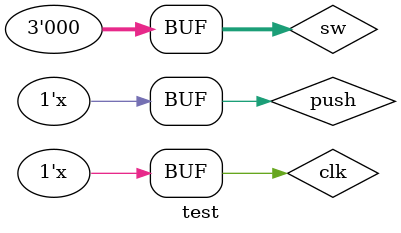
<source format=v>
`timescale 1ns / 1ps
 
module test(
    );
reg clk;
reg [2:0] sw;
wire [7:0] SG;
wire [3:0] AN;
wire finished;
reg push;
initial sw=3'b000;
init run(.CLK(clk),.SW(sw),.SG(SG),.AN(AN),.finished(finished),.one_step(push));
initial clk=0;
always #5 clk=~clk;
initial push=0;
always #500 push=~push;
endmodule

</source>
